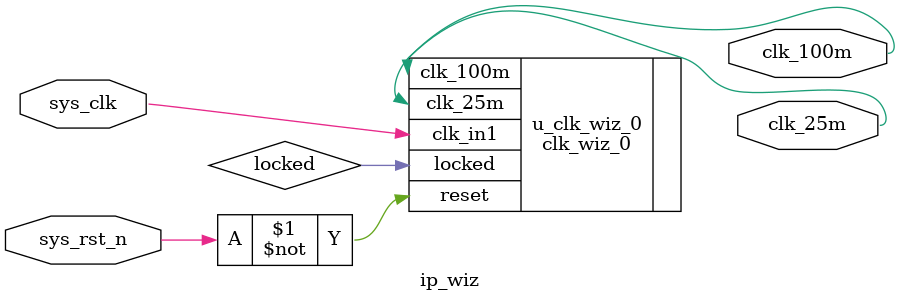
<source format=v>
module ip_wiz(
    input                   sys_clk     ,
    input                   sys_rst_n   ,
    output                  clk_100m    ,
    output                  clk_25m     
    
    );
    wire                    locked;
clk_wiz_0 u_clk_wiz_0
   (
    // Clock out ports
    .clk_100m(clk_100m),     // output clk_100m
    .clk_25m(clk_25m),     // output clk_25m
    // Status and control signals
    .reset(~sys_rst_n), // input reset
    .locked(locked),       // output locked
   // Clock in ports
    .clk_in1(sys_clk)   // input clk_in1
    );      
endmodule

</source>
